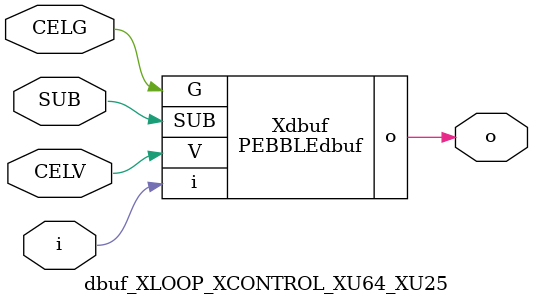
<source format=v>



module PEBBLEdbuf ( o, G, SUB, V, i );

  input V;
  input i;
  input G;
  output o;
  input SUB;
endmodule

//Celera Confidential Do Not Copy dbuf_XLOOP_XCONTROL_XU64_XU25
//Celera Confidential Symbol Generator
//Digital Buffer
module dbuf_XLOOP_XCONTROL_XU64_XU25 (CELV,CELG,i,o,SUB);
input CELV;
input CELG;
input i;
input SUB;
output o;

//Celera Confidential Do Not Copy dbuf
PEBBLEdbuf Xdbuf(
.V (CELV),
.i (i),
.o (o),
.SUB (SUB),
.G (CELG)
);
//,diesize,PEBBLEdbuf

//Celera Confidential Do Not Copy Module End
//Celera Schematic Generator
endmodule

</source>
